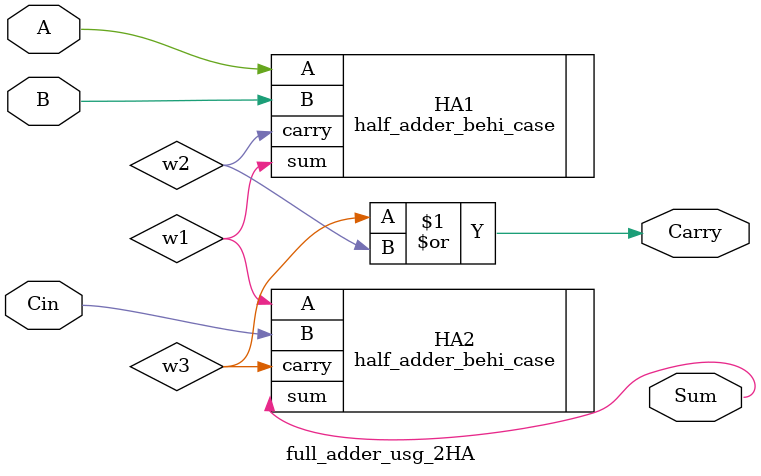
<source format=v>
/********************************************************************************************
Filename    :      full_adder_usg_2HA.v
Description :      Half Adder RTL by instantiating the half Adder module twice to make a full Adder
Author Name :      Sajeel Abid Parray
Language    :      Verilog HDL
Project     :      Full Adder using 2 Half Adders
Date        :      13-November-2025
*********************************************************************************************/

module full_adder_usg_2HA (A,B,Cin,Sum,Carry);  

input A,B,Cin;
output Sum,Carry; 
wire w1,w2,w3;   // internal wires
                                                          // .<port>(<signal>) ---> named connections
half_adder_behi_case HA1 (.A(A),.B(B),.sum(w1),.carry(w2));         // First Half Adder
half_adder_behi_case HA2 (.A(w1),.B(Cin),.sum(Sum),.carry(w3));     // Second Half Adder

or OR1 (Carry,w3,w2);          // or gate to generate final carry (order based connection)

endmodule 



</source>
